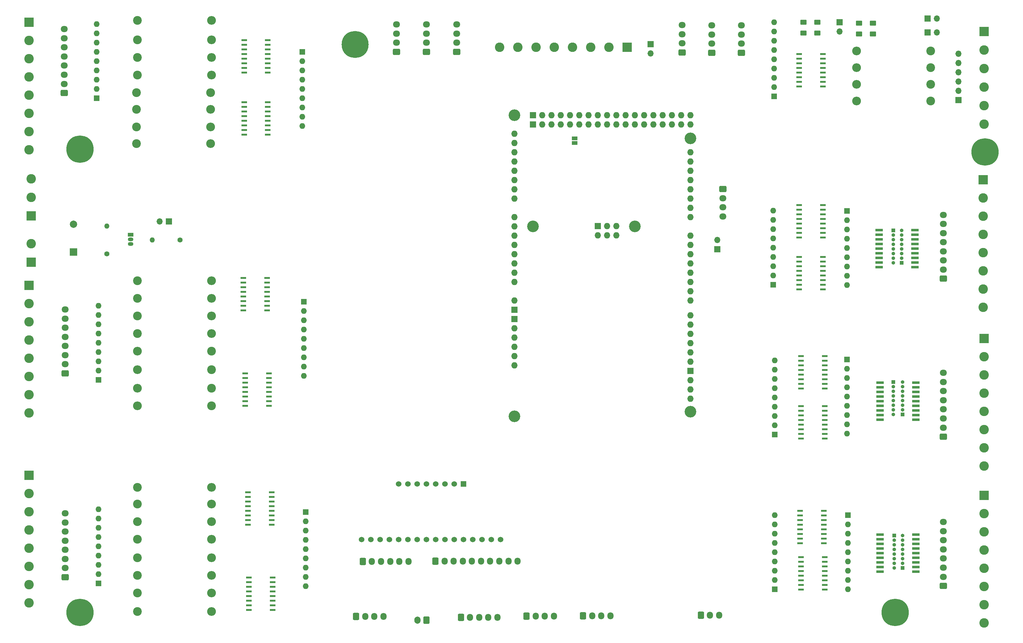
<source format=gbr>
%TF.GenerationSoftware,KiCad,Pcbnew,(6.0.6)*%
%TF.CreationDate,2023-01-13T15:08:00+05:30*%
%TF.ProjectId,MegaController,4d656761-436f-46e7-9472-6f6c6c65722e,V2.0*%
%TF.SameCoordinates,Original*%
%TF.FileFunction,Soldermask,Top*%
%TF.FilePolarity,Negative*%
%FSLAX46Y46*%
G04 Gerber Fmt 4.6, Leading zero omitted, Abs format (unit mm)*
G04 Created by KiCad (PCBNEW (6.0.6)) date 2023-01-13 15:08:00*
%MOMM*%
%LPD*%
G01*
G04 APERTURE LIST*
G04 Aperture macros list*
%AMRoundRect*
0 Rectangle with rounded corners*
0 $1 Rounding radius*
0 $2 $3 $4 $5 $6 $7 $8 $9 X,Y pos of 4 corners*
0 Add a 4 corners polygon primitive as box body*
4,1,4,$2,$3,$4,$5,$6,$7,$8,$9,$2,$3,0*
0 Add four circle primitives for the rounded corners*
1,1,$1+$1,$2,$3*
1,1,$1+$1,$4,$5*
1,1,$1+$1,$6,$7*
1,1,$1+$1,$8,$9*
0 Add four rect primitives between the rounded corners*
20,1,$1+$1,$2,$3,$4,$5,0*
20,1,$1+$1,$4,$5,$6,$7,0*
20,1,$1+$1,$6,$7,$8,$9,0*
20,1,$1+$1,$8,$9,$2,$3,0*%
G04 Aperture macros list end*
%ADD10O,1.700000X1.950000*%
%ADD11RoundRect,0.250000X-0.600000X-0.725000X0.600000X-0.725000X0.600000X0.725000X-0.600000X0.725000X0*%
%ADD12R,1.530000X1.530000*%
%ADD13C,1.530000*%
%ADD14R,1.600000X1.600000*%
%ADD15O,1.600000X1.600000*%
%ADD16R,1.500000X1.050000*%
%ADD17O,1.500000X1.050000*%
%ADD18C,2.400000*%
%ADD19O,2.400000X2.400000*%
%ADD20RoundRect,0.250000X0.725000X-0.600000X0.725000X0.600000X-0.725000X0.600000X-0.725000X-0.600000X0*%
%ADD21O,1.950000X1.700000*%
%ADD22C,1.400000*%
%ADD23O,1.400000X1.400000*%
%ADD24C,7.400000*%
%ADD25R,1.700000X1.700000*%
%ADD26O,1.700000X1.700000*%
%ADD27RoundRect,0.137500X-0.662500X-0.137500X0.662500X-0.137500X0.662500X0.137500X-0.662500X0.137500X0*%
%ADD28C,7.500000*%
%ADD29R,2.600000X2.600000*%
%ADD30C,2.600000*%
%ADD31RoundRect,0.250001X0.624999X-0.462499X0.624999X0.462499X-0.624999X0.462499X-0.624999X-0.462499X0*%
%ADD32R,2.032000X0.660400*%
%ADD33O,1.700000X2.000000*%
%ADD34RoundRect,0.250000X0.600000X0.750000X-0.600000X0.750000X-0.600000X-0.750000X0.600000X-0.750000X0*%
%ADD35RoundRect,0.250000X-0.725000X0.600000X-0.725000X-0.600000X0.725000X-0.600000X0.725000X0.600000X0*%
%ADD36R,2.000000X2.000000*%
%ADD37C,2.000000*%
%ADD38R,1.500000X1.000000*%
%ADD39RoundRect,0.137500X0.662500X0.137500X-0.662500X0.137500X-0.662500X-0.137500X0.662500X-0.137500X0*%
%ADD40O,1.727200X1.727200*%
%ADD41C,3.200000*%
%ADD42R,1.727200X1.727200*%
%ADD43R,1.000000X1.000000*%
%ADD44O,1.000000X1.000000*%
G04 APERTURE END LIST*
D10*
%TO.C,J39*%
X202250000Y-209007500D03*
X199750000Y-209007500D03*
X197250000Y-209007500D03*
X194750000Y-209007500D03*
X192250000Y-209007500D03*
X189750000Y-209007500D03*
X187250000Y-209007500D03*
X184750000Y-209007500D03*
X182250000Y-209007500D03*
D11*
X179750000Y-209007500D03*
%TD*%
%TO.C,J38*%
X159825000Y-209082500D03*
D10*
X162325000Y-209082500D03*
X164825000Y-209082500D03*
X167325000Y-209082500D03*
X169825000Y-209082500D03*
X172325000Y-209082500D03*
%TD*%
D12*
%TO.C,TB1*%
X187415000Y-187805000D03*
D13*
X184875000Y-187805000D03*
X182335000Y-187805000D03*
X179795000Y-187805000D03*
X177255000Y-187805000D03*
X174715000Y-187805000D03*
X172175000Y-187805000D03*
X169635000Y-187805000D03*
X197575000Y-203045000D03*
X195035000Y-203045000D03*
X192495000Y-203045000D03*
X189955000Y-203045000D03*
X187415000Y-203045000D03*
X184875000Y-203045000D03*
X182335000Y-203045000D03*
X179795000Y-203045000D03*
X177255000Y-203045000D03*
X174715000Y-203045000D03*
X172175000Y-203045000D03*
X169635000Y-203045000D03*
X167095000Y-203045000D03*
X164555000Y-203045000D03*
X162015000Y-203045000D03*
X159475000Y-203045000D03*
%TD*%
D14*
%TO.C,RN4*%
X272340000Y-133197000D03*
D15*
X272340000Y-130657000D03*
X272340000Y-128117000D03*
X272340000Y-125577000D03*
X272340000Y-123037000D03*
X272340000Y-120497000D03*
X272340000Y-117957000D03*
X272340000Y-115417000D03*
X272340000Y-112877000D03*
%TD*%
D14*
%TO.C,RN3*%
X292862000Y-196327000D03*
D15*
X292862000Y-198867000D03*
X292862000Y-201407000D03*
X292862000Y-203947000D03*
X292862000Y-206487000D03*
X292862000Y-209027000D03*
X292862000Y-211567000D03*
X292862000Y-214107000D03*
X292862000Y-216647000D03*
%TD*%
D16*
%TO.C,Q1*%
X96190000Y-119530000D03*
D17*
X96190000Y-120800000D03*
X96190000Y-122070000D03*
%TD*%
D18*
%TO.C,R6*%
X98044000Y-193330000D03*
D19*
X118364000Y-193330000D03*
%TD*%
D18*
%TO.C,R27*%
X97790000Y-80518000D03*
D19*
X118110000Y-80518000D03*
%TD*%
D20*
%TO.C,J37*%
X247396000Y-69522000D03*
D21*
X247396000Y-67022000D03*
X247396000Y-64522000D03*
X247396000Y-62022000D03*
%TD*%
D14*
%TO.C,RN1*%
X292608000Y-112989000D03*
D15*
X292608000Y-115529000D03*
X292608000Y-118069000D03*
X292608000Y-120609000D03*
X292608000Y-123149000D03*
X292608000Y-125689000D03*
X292608000Y-128229000D03*
X292608000Y-130769000D03*
X292608000Y-133309000D03*
%TD*%
D22*
%TO.C,R17*%
X109728000Y-120894000D03*
D23*
X102108000Y-120894000D03*
%TD*%
D18*
%TO.C,R4*%
X315519000Y-69088000D03*
D19*
X295199000Y-69088000D03*
%TD*%
D24*
%TO.C,H3*%
X157750000Y-67350000D03*
%TD*%
D25*
%TO.C,JP7*%
X314701000Y-60198000D03*
D26*
X317241000Y-60198000D03*
%TD*%
D27*
%TO.C,U5*%
X279960000Y-152781000D03*
X279960000Y-154051000D03*
X279960000Y-155321000D03*
X279960000Y-156591000D03*
X279960000Y-157861000D03*
X279960000Y-159131000D03*
X279960000Y-160401000D03*
X279960000Y-161671000D03*
X286460000Y-161671000D03*
X286460000Y-160401000D03*
X286460000Y-159131000D03*
X286460000Y-157861000D03*
X286460000Y-156591000D03*
X286460000Y-155321000D03*
X286460000Y-154051000D03*
X286460000Y-152781000D03*
%TD*%
D14*
%TO.C,RN8*%
X144196000Y-195557000D03*
D15*
X144196000Y-198097000D03*
X144196000Y-200637000D03*
X144196000Y-203177000D03*
X144196000Y-205717000D03*
X144196000Y-208257000D03*
X144196000Y-210797000D03*
X144196000Y-213337000D03*
X144196000Y-215877000D03*
%TD*%
D20*
%TO.C,J36*%
X255524000Y-69596000D03*
D21*
X255524000Y-67096000D03*
X255524000Y-64596000D03*
X255524000Y-62096000D03*
%TD*%
D18*
%TO.C,R10*%
X98044000Y-212852000D03*
D19*
X118364000Y-212852000D03*
%TD*%
D20*
%TO.C,J35*%
X263652000Y-69596000D03*
D21*
X263652000Y-67096000D03*
X263652000Y-64596000D03*
X263652000Y-62096000D03*
%TD*%
D28*
%TO.C,H1*%
X305816000Y-223000000D03*
%TD*%
D20*
%TO.C,J15*%
X77961000Y-80632000D03*
D21*
X77961000Y-78132000D03*
X77961000Y-75632000D03*
X77961000Y-73132000D03*
X77961000Y-70632000D03*
X77961000Y-68132000D03*
X77961000Y-65632000D03*
X77961000Y-63132000D03*
%TD*%
D29*
%TO.C,J12*%
X68885000Y-127005000D03*
D30*
X68885000Y-121925000D03*
%TD*%
D18*
%TO.C,R15*%
X98044000Y-141732000D03*
D19*
X118364000Y-141732000D03*
%TD*%
D27*
%TO.C,U15*%
X133775000Y-66187000D03*
X133775000Y-67457000D03*
X133775000Y-68727000D03*
X133775000Y-69997000D03*
X133775000Y-71267000D03*
X133775000Y-72537000D03*
X133775000Y-73807000D03*
X133775000Y-75077000D03*
X127275000Y-75077000D03*
X127275000Y-73807000D03*
X127275000Y-72537000D03*
X127275000Y-71267000D03*
X127275000Y-69997000D03*
X127275000Y-68727000D03*
X127275000Y-67457000D03*
X127275000Y-66187000D03*
%TD*%
D14*
%TO.C,RN9*%
X143625000Y-137825000D03*
D15*
X143625000Y-140365000D03*
X143625000Y-142905000D03*
X143625000Y-145445000D03*
X143625000Y-147985000D03*
X143625000Y-150525000D03*
X143625000Y-153065000D03*
X143625000Y-155605000D03*
X143625000Y-158145000D03*
%TD*%
D25*
%TO.C,J10*%
X323139000Y-82550000D03*
D26*
X323139000Y-80010000D03*
X323139000Y-77470000D03*
X323139000Y-74930000D03*
X323139000Y-72390000D03*
X323139000Y-69850000D03*
%TD*%
D18*
%TO.C,R29*%
X97790000Y-89916000D03*
D19*
X118110000Y-89916000D03*
%TD*%
D14*
%TO.C,RN12*%
X87376000Y-159273000D03*
D15*
X87376000Y-156733000D03*
X87376000Y-154193000D03*
X87376000Y-151653000D03*
X87376000Y-149113000D03*
X87376000Y-146573000D03*
X87376000Y-144033000D03*
X87376000Y-141493000D03*
X87376000Y-138953000D03*
%TD*%
D18*
%TO.C,R30*%
X97790000Y-94488000D03*
D19*
X118110000Y-94488000D03*
%TD*%
D31*
%TO.C,D4*%
X280670000Y-64225500D03*
X280670000Y-61250500D03*
%TD*%
D27*
%TO.C,U12*%
X128625000Y-213430000D03*
X128625000Y-214700000D03*
X128625000Y-215970000D03*
X128625000Y-217240000D03*
X128625000Y-218510000D03*
X128625000Y-219780000D03*
X128625000Y-221050000D03*
X128625000Y-222320000D03*
X135125000Y-222320000D03*
X135125000Y-221050000D03*
X135125000Y-219780000D03*
X135125000Y-218510000D03*
X135125000Y-217240000D03*
X135125000Y-215970000D03*
X135125000Y-214700000D03*
X135125000Y-213430000D03*
%TD*%
D18*
%TO.C,R14*%
X98044000Y-136906000D03*
D19*
X118364000Y-136906000D03*
%TD*%
D32*
%TO.C,U10*%
X301675800Y-201676000D03*
X301675800Y-202946000D03*
X301675800Y-204216000D03*
X301675800Y-205486000D03*
X301675800Y-206756000D03*
X301675800Y-208026000D03*
X301675800Y-209296000D03*
X301675800Y-210566000D03*
X301675800Y-211836000D03*
X311480200Y-211836000D03*
X311480200Y-210566000D03*
X311480200Y-209296000D03*
X311480200Y-208026000D03*
X311480200Y-206756000D03*
X311480200Y-205486000D03*
X311480200Y-204216000D03*
X311480200Y-202946000D03*
X311480200Y-201676000D03*
%TD*%
D14*
%TO.C,RN11*%
X87393000Y-215039000D03*
D15*
X87393000Y-212499000D03*
X87393000Y-209959000D03*
X87393000Y-207419000D03*
X87393000Y-204879000D03*
X87393000Y-202339000D03*
X87393000Y-199799000D03*
X87393000Y-197259000D03*
X87393000Y-194719000D03*
%TD*%
D20*
%TO.C,J19*%
X319024000Y-131546000D03*
D21*
X319024000Y-129046000D03*
X319024000Y-126546000D03*
X319024000Y-124046000D03*
X319024000Y-121546000D03*
X319024000Y-119046000D03*
X319024000Y-116546000D03*
X319024000Y-114046000D03*
%TD*%
D27*
%TO.C,U8*%
X280012000Y-207899000D03*
X280012000Y-209169000D03*
X280012000Y-210439000D03*
X280012000Y-211709000D03*
X280012000Y-212979000D03*
X280012000Y-214249000D03*
X280012000Y-215519000D03*
X280012000Y-216789000D03*
X286512000Y-216789000D03*
X286512000Y-215519000D03*
X286512000Y-214249000D03*
X286512000Y-212979000D03*
X286512000Y-211709000D03*
X286512000Y-210439000D03*
X286512000Y-209169000D03*
X286512000Y-207899000D03*
%TD*%
D25*
%TO.C,JP2*%
X106680000Y-115814000D03*
D26*
X104140000Y-115814000D03*
%TD*%
D27*
%TO.C,U7*%
X279758000Y-195199000D03*
X279758000Y-196469000D03*
X279758000Y-197739000D03*
X279758000Y-199009000D03*
X279758000Y-200279000D03*
X279758000Y-201549000D03*
X279758000Y-202819000D03*
X279758000Y-204089000D03*
X286258000Y-204089000D03*
X286258000Y-202819000D03*
X286258000Y-201549000D03*
X286258000Y-200279000D03*
X286258000Y-199009000D03*
X286258000Y-197739000D03*
X286258000Y-196469000D03*
X286258000Y-195199000D03*
%TD*%
D33*
%TO.C,J28*%
X174799000Y-225116000D03*
D34*
X177299000Y-225116000D03*
%TD*%
D29*
%TO.C,J31*%
X68326000Y-185420000D03*
D30*
X68326000Y-190420000D03*
X68326000Y-195420000D03*
X68326000Y-200420000D03*
X68326000Y-205420000D03*
X68326000Y-210420000D03*
X68326000Y-215420000D03*
X68326000Y-220420000D03*
%TD*%
D20*
%TO.C,J33*%
X177306000Y-69342000D03*
D21*
X177306000Y-66842000D03*
X177306000Y-64342000D03*
X177306000Y-61842000D03*
%TD*%
D18*
%TO.C,R19*%
X118364000Y-151384000D03*
D19*
X98044000Y-151384000D03*
%TD*%
D31*
%TO.C,D1*%
X299720000Y-64479500D03*
X299720000Y-61504500D03*
%TD*%
D18*
%TO.C,R21*%
X118364000Y-161544000D03*
D19*
X98044000Y-161544000D03*
%TD*%
D11*
%TO.C,J24*%
X204725000Y-224071000D03*
D10*
X207225000Y-224071000D03*
X209725000Y-224071000D03*
X212225000Y-224071000D03*
%TD*%
D25*
%TO.C,JP6*%
X314706000Y-64008000D03*
D26*
X317246000Y-64008000D03*
%TD*%
D20*
%TO.C,J32*%
X185608000Y-69342000D03*
D21*
X185608000Y-66842000D03*
X185608000Y-64342000D03*
X185608000Y-61842000D03*
%TD*%
D32*
%TO.C,U1*%
X301421800Y-118206000D03*
X301421800Y-119476000D03*
X301421800Y-120746000D03*
X301421800Y-122016000D03*
X301421800Y-123286000D03*
X301421800Y-124556000D03*
X301421800Y-125826000D03*
X301421800Y-127096000D03*
X301421800Y-128366000D03*
X311226200Y-128366000D03*
X311226200Y-127096000D03*
X311226200Y-125826000D03*
X311226200Y-124556000D03*
X311226200Y-123286000D03*
X311226200Y-122016000D03*
X311226200Y-120746000D03*
X311226200Y-119476000D03*
X311226200Y-118206000D03*
%TD*%
D29*
%TO.C,J29*%
X68326000Y-133350000D03*
D30*
X68326000Y-138350000D03*
X68326000Y-143350000D03*
X68326000Y-148350000D03*
X68326000Y-153350000D03*
X68326000Y-158350000D03*
X68326000Y-163350000D03*
X68326000Y-168350000D03*
%TD*%
D32*
%TO.C,U2*%
X301675800Y-160020000D03*
X301675800Y-161290000D03*
X301675800Y-162560000D03*
X301675800Y-163830000D03*
X301675800Y-165100000D03*
X301675800Y-166370000D03*
X301675800Y-167640000D03*
X301675800Y-168910000D03*
X301675800Y-170180000D03*
X311480200Y-170180000D03*
X311480200Y-168910000D03*
X311480200Y-167640000D03*
X311480200Y-166370000D03*
X311480200Y-165100000D03*
X311480200Y-163830000D03*
X311480200Y-162560000D03*
X311480200Y-161290000D03*
X311480200Y-160020000D03*
%TD*%
D14*
%TO.C,RN6*%
X272796000Y-216662000D03*
D15*
X272796000Y-214122000D03*
X272796000Y-211582000D03*
X272796000Y-209042000D03*
X272796000Y-206502000D03*
X272796000Y-203962000D03*
X272796000Y-201422000D03*
X272796000Y-198882000D03*
X272796000Y-196342000D03*
%TD*%
D28*
%TO.C,H2*%
X82300000Y-223000000D03*
%TD*%
D35*
%TO.C,J11*%
X258589000Y-106994000D03*
D21*
X258589000Y-109494000D03*
X258589000Y-111994000D03*
X258589000Y-114494000D03*
%TD*%
D29*
%TO.C,J18*%
X329895000Y-104394000D03*
D30*
X329895000Y-109394000D03*
X329895000Y-114394000D03*
X329895000Y-119394000D03*
X329895000Y-124394000D03*
X329895000Y-129394000D03*
X329895000Y-134394000D03*
X329895000Y-139394000D03*
%TD*%
D22*
%TO.C,R18*%
X89662000Y-124704000D03*
D23*
X89662000Y-117084000D03*
%TD*%
D25*
%TO.C,J8*%
X257065000Y-123504000D03*
D26*
X257065000Y-120964000D03*
%TD*%
D18*
%TO.C,R8*%
X98044000Y-202946000D03*
D19*
X118364000Y-202946000D03*
%TD*%
D25*
%TO.C,JP4*%
X238760000Y-67260000D03*
D26*
X238760000Y-69800000D03*
%TD*%
D14*
%TO.C,RN13*%
X86868000Y-82057000D03*
D15*
X86868000Y-79517000D03*
X86868000Y-76977000D03*
X86868000Y-74437000D03*
X86868000Y-71897000D03*
X86868000Y-69357000D03*
X86868000Y-66817000D03*
X86868000Y-64277000D03*
X86868000Y-61737000D03*
%TD*%
D18*
%TO.C,R1*%
X315519000Y-82804000D03*
D19*
X295199000Y-82804000D03*
%TD*%
D31*
%TO.C,D2*%
X295910000Y-64479500D03*
X295910000Y-61504500D03*
%TD*%
D20*
%TO.C,J34*%
X169098000Y-69342000D03*
D21*
X169098000Y-66842000D03*
X169098000Y-64342000D03*
X169098000Y-61842000D03*
%TD*%
D11*
%TO.C,J26*%
X252516000Y-223774000D03*
D10*
X255016000Y-223774000D03*
X257516000Y-223774000D03*
%TD*%
D29*
%TO.C,J20*%
X330166000Y-190920000D03*
D30*
X330166000Y-195920000D03*
X330166000Y-200920000D03*
X330166000Y-205920000D03*
X330166000Y-210920000D03*
X330166000Y-215920000D03*
X330166000Y-220920000D03*
X330166000Y-225920000D03*
%TD*%
D18*
%TO.C,R28*%
X97790000Y-85090000D03*
D19*
X118110000Y-85090000D03*
%TD*%
D28*
%TO.C,H5*%
X82300000Y-96012000D03*
%TD*%
D14*
%TO.C,RN5*%
X272796000Y-174244000D03*
D15*
X272796000Y-171704000D03*
X272796000Y-169164000D03*
X272796000Y-166624000D03*
X272796000Y-164084000D03*
X272796000Y-161544000D03*
X272796000Y-159004000D03*
X272796000Y-156464000D03*
X272796000Y-153924000D03*
%TD*%
D27*
%TO.C,U14*%
X127575000Y-157480000D03*
X127575000Y-158750000D03*
X127575000Y-160020000D03*
X127575000Y-161290000D03*
X127575000Y-162560000D03*
X127575000Y-163830000D03*
X127575000Y-165100000D03*
X127575000Y-166370000D03*
X134075000Y-166370000D03*
X134075000Y-165100000D03*
X134075000Y-163830000D03*
X134075000Y-162560000D03*
X134075000Y-161290000D03*
X134075000Y-160020000D03*
X134075000Y-158750000D03*
X134075000Y-157480000D03*
%TD*%
D20*
%TO.C,J13*%
X78232000Y-213360000D03*
D21*
X78232000Y-210860000D03*
X78232000Y-208360000D03*
X78232000Y-205860000D03*
X78232000Y-203360000D03*
X78232000Y-200860000D03*
X78232000Y-198360000D03*
X78232000Y-195860000D03*
%TD*%
D29*
%TO.C,J30*%
X68326000Y-61240000D03*
D30*
X68326000Y-66240000D03*
X68326000Y-71240000D03*
X68326000Y-76240000D03*
X68326000Y-81240000D03*
X68326000Y-86240000D03*
X68326000Y-91240000D03*
X68326000Y-96240000D03*
%TD*%
D11*
%TO.C,J25*%
X220225000Y-224000000D03*
D10*
X222725000Y-224000000D03*
X225225000Y-224000000D03*
X227725000Y-224000000D03*
%TD*%
D18*
%TO.C,R12*%
X98044000Y-222758000D03*
D19*
X118364000Y-222758000D03*
%TD*%
D36*
%TO.C,BZ1*%
X80518000Y-124196000D03*
D37*
X80518000Y-116596000D03*
%TD*%
D29*
%TO.C,J17*%
X68885000Y-114305000D03*
D30*
X68885000Y-109225000D03*
X68885000Y-104145000D03*
%TD*%
D18*
%TO.C,R11*%
X98044000Y-217678000D03*
D19*
X118364000Y-217678000D03*
%TD*%
D27*
%TO.C,U11*%
X128371000Y-190062000D03*
X128371000Y-191332000D03*
X128371000Y-192602000D03*
X128371000Y-193872000D03*
X128371000Y-195142000D03*
X128371000Y-196412000D03*
X128371000Y-197682000D03*
X128371000Y-198952000D03*
X134871000Y-198952000D03*
X134871000Y-197682000D03*
X134871000Y-196412000D03*
X134871000Y-195142000D03*
X134871000Y-193872000D03*
X134871000Y-192602000D03*
X134871000Y-191332000D03*
X134871000Y-190062000D03*
%TD*%
D18*
%TO.C,R24*%
X98044000Y-66040000D03*
D19*
X118364000Y-66040000D03*
%TD*%
D14*
%TO.C,RN2*%
X292608000Y-153670000D03*
D15*
X292608000Y-156210000D03*
X292608000Y-158750000D03*
X292608000Y-161290000D03*
X292608000Y-163830000D03*
X292608000Y-166370000D03*
X292608000Y-168910000D03*
X292608000Y-171450000D03*
X292608000Y-173990000D03*
%TD*%
D31*
%TO.C,D3*%
X284480000Y-64225500D03*
X284480000Y-61250500D03*
%TD*%
D27*
%TO.C,U4*%
X279452000Y-125577000D03*
X279452000Y-126847000D03*
X279452000Y-128117000D03*
X279452000Y-129387000D03*
X279452000Y-130657000D03*
X279452000Y-131927000D03*
X279452000Y-133197000D03*
X279452000Y-134467000D03*
X285952000Y-134467000D03*
X285952000Y-133197000D03*
X285952000Y-131927000D03*
X285952000Y-130657000D03*
X285952000Y-129387000D03*
X285952000Y-128117000D03*
X285952000Y-126847000D03*
X285952000Y-125577000D03*
%TD*%
D18*
%TO.C,R9*%
X98044000Y-208026000D03*
D19*
X118364000Y-208026000D03*
%TD*%
D18*
%TO.C,R3*%
X315519000Y-73660000D03*
D19*
X295199000Y-73660000D03*
%TD*%
D14*
%TO.C,RN7*%
X272593000Y-81549000D03*
D15*
X272593000Y-79009000D03*
X272593000Y-76469000D03*
X272593000Y-73929000D03*
X272593000Y-71389000D03*
X272593000Y-68849000D03*
X272593000Y-66309000D03*
X272593000Y-63769000D03*
X272593000Y-61229000D03*
%TD*%
D25*
%TO.C,JP5*%
X290576000Y-61209000D03*
D26*
X290576000Y-63749000D03*
%TD*%
D20*
%TO.C,J23*%
X319007000Y-174866000D03*
D21*
X319007000Y-172366000D03*
X319007000Y-169866000D03*
X319007000Y-167366000D03*
X319007000Y-164866000D03*
X319007000Y-162366000D03*
X319007000Y-159866000D03*
X319007000Y-157366000D03*
%TD*%
D28*
%TO.C,H4*%
X330454000Y-96774000D03*
%TD*%
D18*
%TO.C,R23*%
X98044000Y-60706000D03*
D19*
X118364000Y-60706000D03*
%TD*%
D27*
%TO.C,U6*%
X279960000Y-166497000D03*
X279960000Y-167767000D03*
X279960000Y-169037000D03*
X279960000Y-170307000D03*
X279960000Y-171577000D03*
X279960000Y-172847000D03*
X279960000Y-174117000D03*
X279960000Y-175387000D03*
X286460000Y-175387000D03*
X286460000Y-174117000D03*
X286460000Y-172847000D03*
X286460000Y-171577000D03*
X286460000Y-170307000D03*
X286460000Y-169037000D03*
X286460000Y-167767000D03*
X286460000Y-166497000D03*
%TD*%
D20*
%TO.C,J14*%
X78215000Y-157480000D03*
D21*
X78215000Y-154980000D03*
X78215000Y-152480000D03*
X78215000Y-149980000D03*
X78215000Y-147480000D03*
X78215000Y-144980000D03*
X78215000Y-142480000D03*
X78215000Y-139980000D03*
%TD*%
D18*
%TO.C,R25*%
X98044000Y-70866000D03*
D19*
X118364000Y-70866000D03*
%TD*%
D27*
%TO.C,U13*%
X127067000Y-131318000D03*
X127067000Y-132588000D03*
X127067000Y-133858000D03*
X127067000Y-135128000D03*
X127067000Y-136398000D03*
X127067000Y-137668000D03*
X127067000Y-138938000D03*
X127067000Y-140208000D03*
X133567000Y-140208000D03*
X133567000Y-138938000D03*
X133567000Y-137668000D03*
X133567000Y-136398000D03*
X133567000Y-135128000D03*
X133567000Y-133858000D03*
X133567000Y-132588000D03*
X133567000Y-131318000D03*
%TD*%
D18*
%TO.C,R5*%
X98044000Y-188758000D03*
D19*
X118364000Y-188758000D03*
%TD*%
D20*
%TO.C,J22*%
X319007000Y-215760000D03*
D21*
X319007000Y-213260000D03*
X319007000Y-210760000D03*
X319007000Y-208260000D03*
X319007000Y-205760000D03*
X319007000Y-203260000D03*
X319007000Y-200760000D03*
X319007000Y-198260000D03*
%TD*%
D29*
%TO.C,J21*%
X330183000Y-147928000D03*
D30*
X330183000Y-152928000D03*
X330183000Y-157928000D03*
X330183000Y-162928000D03*
X330183000Y-167928000D03*
X330183000Y-172928000D03*
X330183000Y-177928000D03*
X330183000Y-182928000D03*
%TD*%
D18*
%TO.C,R26*%
X98044000Y-75692000D03*
D19*
X118364000Y-75692000D03*
%TD*%
D18*
%TO.C,R20*%
X118364000Y-156464000D03*
D19*
X98044000Y-156464000D03*
%TD*%
D15*
%TO.C,RN10*%
X143225000Y-89720000D03*
X143225000Y-87180000D03*
X143225000Y-84640000D03*
X143225000Y-82100000D03*
X143225000Y-79560000D03*
X143225000Y-77020000D03*
X143225000Y-74480000D03*
X143225000Y-71940000D03*
D14*
X143225000Y-69400000D03*
%TD*%
D27*
%TO.C,U16*%
X133775000Y-83205000D03*
X133775000Y-84475000D03*
X133775000Y-85745000D03*
X133775000Y-87015000D03*
X133775000Y-88285000D03*
X133775000Y-89555000D03*
X133775000Y-90825000D03*
X133775000Y-92095000D03*
X127275000Y-92095000D03*
X127275000Y-90825000D03*
X127275000Y-89555000D03*
X127275000Y-88285000D03*
X127275000Y-87015000D03*
X127275000Y-85745000D03*
X127275000Y-84475000D03*
X127275000Y-83205000D03*
%TD*%
D18*
%TO.C,R16*%
X98044000Y-146558000D03*
D19*
X118364000Y-146558000D03*
%TD*%
D29*
%TO.C,J9*%
X330200000Y-63754000D03*
D30*
X330200000Y-68834000D03*
X330200000Y-73914000D03*
X330200000Y-78994000D03*
X330200000Y-84074000D03*
X330200000Y-89154000D03*
%TD*%
D29*
%TO.C,J27*%
X232344000Y-68072000D03*
D30*
X227344000Y-68072000D03*
X222344000Y-68072000D03*
X217344000Y-68072000D03*
X212344000Y-68072000D03*
X207344000Y-68072000D03*
X202344000Y-68072000D03*
X197344000Y-68072000D03*
%TD*%
D27*
%TO.C,U3*%
X279452000Y-111353000D03*
X279452000Y-112623000D03*
X279452000Y-113893000D03*
X279452000Y-115163000D03*
X279452000Y-116433000D03*
X279452000Y-117703000D03*
X279452000Y-118973000D03*
X279452000Y-120243000D03*
X285952000Y-120243000D03*
X285952000Y-118973000D03*
X285952000Y-117703000D03*
X285952000Y-116433000D03*
X285952000Y-115163000D03*
X285952000Y-113893000D03*
X285952000Y-112623000D03*
X285952000Y-111353000D03*
%TD*%
D18*
%TO.C,R13*%
X98044000Y-132080000D03*
D19*
X118364000Y-132080000D03*
%TD*%
D18*
%TO.C,R22*%
X118364000Y-166370000D03*
D19*
X98044000Y-166370000D03*
%TD*%
D18*
%TO.C,R2*%
X315519000Y-78232000D03*
D19*
X295199000Y-78232000D03*
%TD*%
D38*
%TO.C,JP3*%
X217932000Y-93076000D03*
X217932000Y-94376000D03*
%TD*%
D18*
%TO.C,R7*%
X98044000Y-198120000D03*
D19*
X118364000Y-198120000D03*
%TD*%
D11*
%TO.C,J7*%
X186717000Y-224354000D03*
D10*
X189217000Y-224354000D03*
X191717000Y-224354000D03*
X194217000Y-224354000D03*
X196717000Y-224354000D03*
%TD*%
%TO.C,J16*%
X165475000Y-224100000D03*
X162975000Y-224100000D03*
X160475000Y-224100000D03*
D11*
X157975000Y-224100000D03*
%TD*%
D39*
%TO.C,U9*%
X285952000Y-78867000D03*
X285952000Y-77597000D03*
X285952000Y-76327000D03*
X285952000Y-75057000D03*
X285952000Y-73787000D03*
X285952000Y-72517000D03*
X285952000Y-71247000D03*
X285952000Y-69977000D03*
X279452000Y-69977000D03*
X279452000Y-71247000D03*
X279452000Y-72517000D03*
X279452000Y-73787000D03*
X279452000Y-75057000D03*
X279452000Y-76327000D03*
X279452000Y-77597000D03*
X279452000Y-78867000D03*
%TD*%
D40*
%TO.C,XA1*%
X201422000Y-155326000D03*
D41*
X249682000Y-168026000D03*
X206502000Y-117226000D03*
X249682000Y-93096000D03*
X201422000Y-169296000D03*
X234442000Y-117226000D03*
X201422000Y-86746000D03*
D40*
X201422000Y-147706000D03*
X201422000Y-145166000D03*
X229362000Y-117099000D03*
X249682000Y-89286000D03*
X249682000Y-86746000D03*
X201422000Y-132466000D03*
X201422000Y-129926000D03*
X201422000Y-127386000D03*
X201422000Y-124846000D03*
X201422000Y-122306000D03*
X201422000Y-119766000D03*
X201422000Y-117226000D03*
X201422000Y-114686000D03*
X201422000Y-109606000D03*
X201422000Y-107066000D03*
X201422000Y-104526000D03*
X201422000Y-101986000D03*
X201422000Y-99446000D03*
X201422000Y-96906000D03*
X201422000Y-94366000D03*
X201422000Y-91826000D03*
X249682000Y-159390000D03*
X249682000Y-119766000D03*
X249682000Y-122306000D03*
X249682000Y-124846000D03*
X249682000Y-127386000D03*
X249682000Y-129926000D03*
X249682000Y-132466000D03*
X249682000Y-135006000D03*
X249682000Y-137546000D03*
X249682000Y-141610000D03*
X249682000Y-144150000D03*
X249682000Y-146690000D03*
X249682000Y-149230000D03*
X249682000Y-151770000D03*
X249682000Y-154310000D03*
X249682000Y-114686000D03*
X249682000Y-112146000D03*
X249682000Y-109606000D03*
X249682000Y-107066000D03*
X249682000Y-104526000D03*
X249682000Y-101986000D03*
X249682000Y-99446000D03*
X249682000Y-96906000D03*
X247142000Y-89286000D03*
X247142000Y-86746000D03*
X244602000Y-89286000D03*
X244602000Y-86746000D03*
X242062000Y-89286000D03*
X242062000Y-86746000D03*
X239522000Y-89286000D03*
X239522000Y-86746000D03*
X236982000Y-89286000D03*
X236982000Y-86746000D03*
X234442000Y-89286000D03*
X234442000Y-86746000D03*
X231902000Y-89286000D03*
X231902000Y-86746000D03*
X229362000Y-89286000D03*
X229362000Y-86746000D03*
X226822000Y-89286000D03*
X226822000Y-86746000D03*
X224282000Y-89286000D03*
X224282000Y-86746000D03*
X221742000Y-89286000D03*
X221742000Y-86746000D03*
X219202000Y-89286000D03*
X219202000Y-86746000D03*
X216662000Y-89286000D03*
X216662000Y-86746000D03*
X214122000Y-89286000D03*
X214122000Y-86746000D03*
X211582000Y-89286000D03*
X211582000Y-86746000D03*
X209042000Y-89286000D03*
X209042000Y-86746000D03*
D42*
X249682000Y-156850000D03*
X201422000Y-142626000D03*
X201422000Y-140086000D03*
X224282000Y-117099000D03*
X206502000Y-89286000D03*
X206502000Y-86746000D03*
D40*
X201422000Y-152786000D03*
X229362000Y-119639000D03*
X226822000Y-117099000D03*
X201422000Y-150246000D03*
X224282000Y-119639000D03*
X226822000Y-119639000D03*
X249682000Y-164470000D03*
X249682000Y-161930000D03*
X201422000Y-137546000D03*
%TD*%
D43*
%TO.C,J5*%
X307848000Y-210820000D03*
D44*
X307848000Y-209550000D03*
X307848000Y-208280000D03*
X307848000Y-207010000D03*
X307848000Y-205740000D03*
X307848000Y-204470000D03*
X307848000Y-203200000D03*
X307848000Y-201930000D03*
%TD*%
D43*
%TO.C,J4*%
X307848000Y-168788000D03*
D44*
X307848000Y-167518000D03*
X307848000Y-166248000D03*
X307848000Y-164978000D03*
X307848000Y-163708000D03*
X307848000Y-162438000D03*
X307848000Y-161168000D03*
X307848000Y-159898000D03*
%TD*%
D43*
%TO.C,J2*%
X305553200Y-201914700D03*
D44*
X305553200Y-203184700D03*
X305553200Y-204454700D03*
X305553200Y-205724700D03*
X305553200Y-206994700D03*
X305553200Y-208264700D03*
X305553200Y-209534700D03*
X305553200Y-210804700D03*
%TD*%
D43*
%TO.C,J6*%
X307594000Y-127228000D03*
D44*
X307594000Y-125958000D03*
X307594000Y-124688000D03*
X307594000Y-123418000D03*
X307594000Y-122148000D03*
X307594000Y-120878000D03*
X307594000Y-119608000D03*
X307594000Y-118338000D03*
%TD*%
D43*
%TO.C,J3*%
X305308000Y-118328000D03*
D44*
X305308000Y-119598000D03*
X305308000Y-120868000D03*
X305308000Y-122138000D03*
X305308000Y-123408000D03*
X305308000Y-124678000D03*
X305308000Y-125948000D03*
X305308000Y-127218000D03*
%TD*%
D43*
%TO.C,J1*%
X305308000Y-159888000D03*
D44*
X305308000Y-161158000D03*
X305308000Y-162428000D03*
X305308000Y-163698000D03*
X305308000Y-164968000D03*
X305308000Y-166238000D03*
X305308000Y-167508000D03*
X305308000Y-168778000D03*
%TD*%
M02*

</source>
